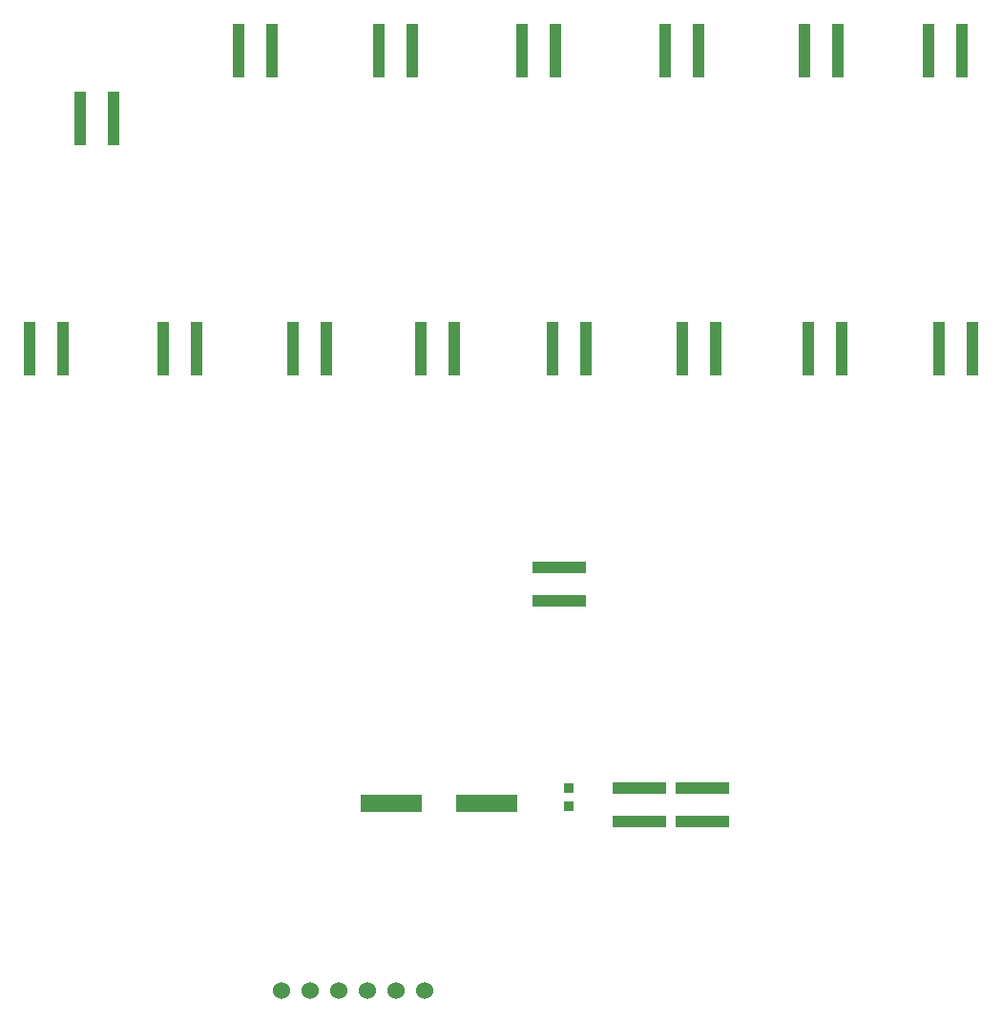
<source format=gtp>
G04*
G04 #@! TF.GenerationSoftware,Altium Limited,Altium Designer,19.0.10 (269)*
G04*
G04 Layer_Color=8421504*
%FSLAX25Y25*%
%MOIN*%
G70*
G01*
G75*
%ADD16R,0.18779X0.04134*%
%ADD17R,0.03740X0.03347*%
%ADD18C,0.06000*%
%ADD19R,0.04134X0.18779*%
%ADD20R,0.21654X0.05906*%
D16*
X218500Y165693D02*
D03*
Y154000D02*
D03*
X268500Y77153D02*
D03*
Y88846D02*
D03*
X246500Y77154D02*
D03*
Y88846D02*
D03*
D17*
X222000Y88669D02*
D03*
Y82370D02*
D03*
D18*
X171500Y18000D02*
D03*
X161500D02*
D03*
X151500D02*
D03*
X141500D02*
D03*
X131500D02*
D03*
X121500D02*
D03*
D19*
X51154Y322500D02*
D03*
X62846D02*
D03*
X106654Y346000D02*
D03*
X118346D02*
D03*
X155654D02*
D03*
X167346D02*
D03*
X205654D02*
D03*
X217346D02*
D03*
X255654D02*
D03*
X267346D02*
D03*
X304154D02*
D03*
X315846D02*
D03*
X347658D02*
D03*
X359350D02*
D03*
X351154Y242000D02*
D03*
X362846D02*
D03*
X305654D02*
D03*
X317346D02*
D03*
X261654D02*
D03*
X273346D02*
D03*
X216154D02*
D03*
X227846D02*
D03*
X170154D02*
D03*
X181846D02*
D03*
X125654D02*
D03*
X137346D02*
D03*
X80154D02*
D03*
X91846D02*
D03*
X33650D02*
D03*
X45342D02*
D03*
D20*
X193232Y83500D02*
D03*
X159768D02*
D03*
M02*

</source>
